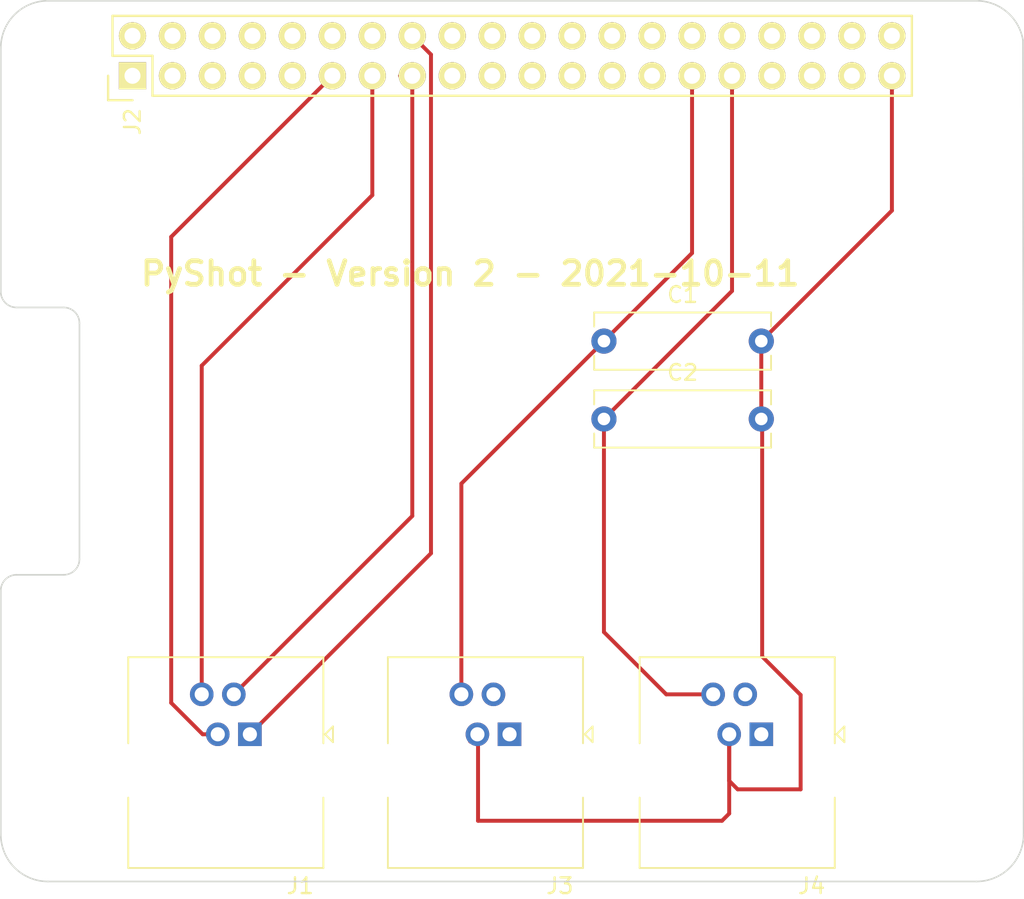
<source format=kicad_pcb>
(kicad_pcb (version 20171130) (host pcbnew 5.1.10-88a1d61d58~90~ubuntu20.04.1)

  (general
    (thickness 1.6)
    (drawings 18)
    (tracks 39)
    (zones 0)
    (modules 10)
    (nets 45)
  )

  (page A4)
  (layers
    (0 F.Cu signal)
    (31 B.Cu signal hide)
    (32 B.Adhes user hide)
    (33 F.Adhes user hide)
    (34 B.Paste user hide)
    (35 F.Paste user hide)
    (36 B.SilkS user hide)
    (37 F.SilkS user)
    (38 B.Mask user hide)
    (39 F.Mask user)
    (40 Dwgs.User user hide)
    (41 Cmts.User user hide)
    (42 Eco1.User user hide)
    (43 Eco2.User user hide)
    (44 Edge.Cuts user)
    (45 Margin user hide)
    (46 B.CrtYd user)
    (47 F.CrtYd user)
    (48 B.Fab user)
    (49 F.Fab user)
  )

  (setup
    (last_trace_width 0.25)
    (user_trace_width 0.01)
    (user_trace_width 0.02)
    (user_trace_width 0.05)
    (user_trace_width 0.1)
    (user_trace_width 0.2)
    (trace_clearance 0.2)
    (zone_clearance 0.508)
    (zone_45_only no)
    (trace_min 0.01)
    (via_size 0.6)
    (via_drill 0.4)
    (via_min_size 0.4)
    (via_min_drill 0.3)
    (uvia_size 0.3)
    (uvia_drill 0.1)
    (uvias_allowed no)
    (uvia_min_size 0.2)
    (uvia_min_drill 0.1)
    (edge_width 0.1)
    (segment_width 0.2)
    (pcb_text_width 0.3)
    (pcb_text_size 1.5 1.5)
    (mod_edge_width 0.15)
    (mod_text_size 1 1)
    (mod_text_width 0.15)
    (pad_size 2.75 2.75)
    (pad_drill 2.75)
    (pad_to_mask_clearance 0)
    (aux_axis_origin 0 0)
    (visible_elements 7FFEFFFF)
    (pcbplotparams
      (layerselection 0x00030_80000001)
      (usegerberextensions false)
      (usegerberattributes true)
      (usegerberadvancedattributes true)
      (creategerberjobfile true)
      (excludeedgelayer true)
      (linewidth 0.100000)
      (plotframeref false)
      (viasonmask false)
      (mode 1)
      (useauxorigin false)
      (hpglpennumber 1)
      (hpglpenspeed 20)
      (hpglpendiameter 15.000000)
      (psnegative false)
      (psa4output false)
      (plotreference true)
      (plotvalue true)
      (plotinvisibletext false)
      (padsonsilk false)
      (subtractmaskfromsilk false)
      (outputformat 1)
      (mirror false)
      (drillshape 0)
      (scaleselection 1)
      (outputdirectory "meta/"))
  )

  (net 0 "")
  (net 1 "Net-(J1-Pad4)")
  (net 2 "Net-(J1-Pad2)")
  (net 3 "Net-(J1-Pad3)")
  (net 4 "Net-(J1-Pad1)")
  (net 5 "Net-(J2-Pad1)")
  (net 6 "Net-(J2-Pad2)")
  (net 7 "Net-(J2-Pad3)")
  (net 8 "Net-(J2-Pad4)")
  (net 9 "Net-(J2-Pad5)")
  (net 10 "Net-(J2-Pad6)")
  (net 11 "Net-(J2-Pad7)")
  (net 12 "Net-(J2-Pad8)")
  (net 13 "Net-(J2-Pad9)")
  (net 14 "Net-(J2-Pad10)")
  (net 15 "Net-(J2-Pad12)")
  (net 16 "Net-(J2-Pad14)")
  (net 17 "Net-(J2-Pad17)")
  (net 18 "Net-(J2-Pad18)")
  (net 19 "Net-(J2-Pad19)")
  (net 20 "Net-(J2-Pad20)")
  (net 21 "Net-(J2-Pad21)")
  (net 22 "Net-(J2-Pad22)")
  (net 23 "Net-(J2-Pad23)")
  (net 24 "Net-(J2-Pad24)")
  (net 25 "Net-(J2-Pad25)")
  (net 26 "Net-(J2-Pad26)")
  (net 27 "Net-(J2-Pad27)")
  (net 28 "Net-(J2-Pad28)")
  (net 29 "Net-(J2-Pad30)")
  (net 30 "Net-(J2-Pad32)")
  (net 31 "Net-(J2-Pad33)")
  (net 32 "Net-(J2-Pad34)")
  (net 33 "Net-(J2-Pad35)")
  (net 34 "Net-(J2-Pad36)")
  (net 35 "Net-(J2-Pad37)")
  (net 36 "Net-(J2-Pad38)")
  (net 37 "Net-(J2-Pad40)")
  (net 38 "Net-(J3-Pad2)")
  (net 39 "Net-(J3-Pad1)")
  (net 40 "Net-(J4-Pad2)")
  (net 41 "Net-(J4-Pad1)")
  (net 42 "Net-(C1-Pad2)")
  (net 43 "Net-(C1-Pad1)")
  (net 44 "Net-(C2-Pad1)")

  (net_class Default "This is the default net class."
    (clearance 0.2)
    (trace_width 0.25)
    (via_dia 0.6)
    (via_drill 0.4)
    (uvia_dia 0.3)
    (uvia_drill 0.1)
    (add_net "Net-(C1-Pad1)")
    (add_net "Net-(C1-Pad2)")
    (add_net "Net-(C2-Pad1)")
    (add_net "Net-(J1-Pad1)")
    (add_net "Net-(J1-Pad2)")
    (add_net "Net-(J1-Pad3)")
    (add_net "Net-(J1-Pad4)")
    (add_net "Net-(J2-Pad1)")
    (add_net "Net-(J2-Pad10)")
    (add_net "Net-(J2-Pad12)")
    (add_net "Net-(J2-Pad14)")
    (add_net "Net-(J2-Pad17)")
    (add_net "Net-(J2-Pad18)")
    (add_net "Net-(J2-Pad19)")
    (add_net "Net-(J2-Pad2)")
    (add_net "Net-(J2-Pad20)")
    (add_net "Net-(J2-Pad21)")
    (add_net "Net-(J2-Pad22)")
    (add_net "Net-(J2-Pad23)")
    (add_net "Net-(J2-Pad24)")
    (add_net "Net-(J2-Pad25)")
    (add_net "Net-(J2-Pad26)")
    (add_net "Net-(J2-Pad27)")
    (add_net "Net-(J2-Pad28)")
    (add_net "Net-(J2-Pad3)")
    (add_net "Net-(J2-Pad30)")
    (add_net "Net-(J2-Pad32)")
    (add_net "Net-(J2-Pad33)")
    (add_net "Net-(J2-Pad34)")
    (add_net "Net-(J2-Pad35)")
    (add_net "Net-(J2-Pad36)")
    (add_net "Net-(J2-Pad37)")
    (add_net "Net-(J2-Pad38)")
    (add_net "Net-(J2-Pad4)")
    (add_net "Net-(J2-Pad40)")
    (add_net "Net-(J2-Pad5)")
    (add_net "Net-(J2-Pad6)")
    (add_net "Net-(J2-Pad7)")
    (add_net "Net-(J2-Pad8)")
    (add_net "Net-(J2-Pad9)")
    (add_net "Net-(J3-Pad1)")
    (add_net "Net-(J3-Pad2)")
    (add_net "Net-(J4-Pad1)")
    (add_net "Net-(J4-Pad2)")
  )

  (module Capacitor_THT:C_Rect_L11.0mm_W3.4mm_P10.00mm_MKT (layer F.Cu) (tedit 5AE50EF0) (tstamp 61649A6D)
    (at 65 49.95)
    (descr "C, Rect series, Radial, pin pitch=10.00mm, , length*width=11.0*3.4mm^2, Capacitor, https://en.tdk.eu/inf/20/20/db/fc_2009/MKT_B32560_564.pdf")
    (tags "C Rect series Radial pin pitch 10.00mm  length 11.0mm width 3.4mm Capacitor")
    (path /61648B12)
    (fp_text reference C2 (at 5 -2.95) (layer F.SilkS)
      (effects (font (size 1 1) (thickness 0.15)))
    )
    (fp_text value "C 1uF" (at 5 2.95) (layer F.Fab)
      (effects (font (size 1 1) (thickness 0.15)))
    )
    (fp_text user %R (at 5 0) (layer F.Fab)
      (effects (font (size 1 1) (thickness 0.15)))
    )
    (fp_line (start -0.5 -1.7) (end -0.5 1.7) (layer F.Fab) (width 0.1))
    (fp_line (start -0.5 1.7) (end 10.5 1.7) (layer F.Fab) (width 0.1))
    (fp_line (start 10.5 1.7) (end 10.5 -1.7) (layer F.Fab) (width 0.1))
    (fp_line (start 10.5 -1.7) (end -0.5 -1.7) (layer F.Fab) (width 0.1))
    (fp_line (start -0.62 -1.82) (end 10.62 -1.82) (layer F.SilkS) (width 0.12))
    (fp_line (start -0.62 1.82) (end 10.62 1.82) (layer F.SilkS) (width 0.12))
    (fp_line (start -0.62 -1.82) (end -0.62 -0.925) (layer F.SilkS) (width 0.12))
    (fp_line (start -0.62 0.925) (end -0.62 1.82) (layer F.SilkS) (width 0.12))
    (fp_line (start 10.62 -1.82) (end 10.62 -0.925) (layer F.SilkS) (width 0.12))
    (fp_line (start 10.62 0.925) (end 10.62 1.82) (layer F.SilkS) (width 0.12))
    (fp_line (start -1.05 -1.95) (end -1.05 1.95) (layer F.CrtYd) (width 0.05))
    (fp_line (start -1.05 1.95) (end 11.05 1.95) (layer F.CrtYd) (width 0.05))
    (fp_line (start 11.05 1.95) (end 11.05 -1.95) (layer F.CrtYd) (width 0.05))
    (fp_line (start 11.05 -1.95) (end -1.05 -1.95) (layer F.CrtYd) (width 0.05))
    (pad 2 thru_hole circle (at 10 0) (size 1.6 1.6) (drill 0.8) (layers *.Cu *.Mask)
      (net 42 "Net-(C1-Pad2)"))
    (pad 1 thru_hole circle (at 0 0) (size 1.6 1.6) (drill 0.8) (layers *.Cu *.Mask)
      (net 44 "Net-(C2-Pad1)"))
    (model ${KISYS3DMOD}/Capacitor_THT.3dshapes/C_Rect_L11.0mm_W3.4mm_P10.00mm_MKT.wrl
      (at (xyz 0 0 0))
      (scale (xyz 1 1 1))
      (rotate (xyz 0 0 0))
    )
  )

  (module Capacitor_THT:C_Rect_L11.0mm_W3.4mm_P10.00mm_MKT (layer F.Cu) (tedit 5AE50EF0) (tstamp 61649A58)
    (at 65 45)
    (descr "C, Rect series, Radial, pin pitch=10.00mm, , length*width=11.0*3.4mm^2, Capacitor, https://en.tdk.eu/inf/20/20/db/fc_2009/MKT_B32560_564.pdf")
    (tags "C Rect series Radial pin pitch 10.00mm  length 11.0mm width 3.4mm Capacitor")
    (path /616494FC)
    (fp_text reference C1 (at 5 -2.95) (layer F.SilkS)
      (effects (font (size 1 1) (thickness 0.15)))
    )
    (fp_text value "C 1uF" (at 5 2.95) (layer F.Fab)
      (effects (font (size 1 1) (thickness 0.15)))
    )
    (fp_text user %R (at 5 0) (layer F.Fab)
      (effects (font (size 1 1) (thickness 0.15)))
    )
    (fp_line (start -0.5 -1.7) (end -0.5 1.7) (layer F.Fab) (width 0.1))
    (fp_line (start -0.5 1.7) (end 10.5 1.7) (layer F.Fab) (width 0.1))
    (fp_line (start 10.5 1.7) (end 10.5 -1.7) (layer F.Fab) (width 0.1))
    (fp_line (start 10.5 -1.7) (end -0.5 -1.7) (layer F.Fab) (width 0.1))
    (fp_line (start -0.62 -1.82) (end 10.62 -1.82) (layer F.SilkS) (width 0.12))
    (fp_line (start -0.62 1.82) (end 10.62 1.82) (layer F.SilkS) (width 0.12))
    (fp_line (start -0.62 -1.82) (end -0.62 -0.925) (layer F.SilkS) (width 0.12))
    (fp_line (start -0.62 0.925) (end -0.62 1.82) (layer F.SilkS) (width 0.12))
    (fp_line (start 10.62 -1.82) (end 10.62 -0.925) (layer F.SilkS) (width 0.12))
    (fp_line (start 10.62 0.925) (end 10.62 1.82) (layer F.SilkS) (width 0.12))
    (fp_line (start -1.05 -1.95) (end -1.05 1.95) (layer F.CrtYd) (width 0.05))
    (fp_line (start -1.05 1.95) (end 11.05 1.95) (layer F.CrtYd) (width 0.05))
    (fp_line (start 11.05 1.95) (end 11.05 -1.95) (layer F.CrtYd) (width 0.05))
    (fp_line (start 11.05 -1.95) (end -1.05 -1.95) (layer F.CrtYd) (width 0.05))
    (pad 2 thru_hole circle (at 10 0) (size 1.6 1.6) (drill 0.8) (layers *.Cu *.Mask)
      (net 42 "Net-(C1-Pad2)"))
    (pad 1 thru_hole circle (at 0 0) (size 1.6 1.6) (drill 0.8) (layers *.Cu *.Mask)
      (net 43 "Net-(C1-Pad1)"))
    (model ${KISYS3DMOD}/Capacitor_THT.3dshapes/C_Rect_L11.0mm_W3.4mm_P10.00mm_MKT.wrl
      (at (xyz 0 0 0))
      (scale (xyz 1 1 1))
      (rotate (xyz 0 0 0))
    )
  )

  (module Connector_RJ:RJ14_Connfly_DS1133-S4_Horizontal (layer F.Cu) (tedit 5E73C846) (tstamp 6164628A)
    (at 75 70 180)
    (descr "RJ14 connector 6P4C Horizontal http://www.connfly.com/userfiles/image/UpLoadFile/File/2012/10/26/DS1133.pdf")
    (tags "RJ14 connector 6P4C Connfly DS1133")
    (path /612DBA2C)
    (fp_text reference J4 (at -3.2 -9.64 180) (layer F.SilkS)
      (effects (font (size 1 1) (thickness 0.15)))
    )
    (fp_text value 4P4C (at 0.81 6.35 180) (layer F.Fab)
      (effects (font (size 1 1) (thickness 0.15)))
    )
    (fp_text user %R (at 1.03 -5.22 180) (layer F.Fab)
      (effects (font (size 1 1) (thickness 0.15)))
    )
    (fp_arc (start -4.47 -2.3) (end -5.17 -3.88) (angle -132.2096772) (layer F.CrtYd) (width 0.05))
    (fp_arc (start 7.53 -2.3) (end 8.23 -0.72) (angle -132.2096772) (layer F.CrtYd) (width 0.05))
    (fp_line (start -4.57 -0.5) (end -4.06 0) (layer F.Fab) (width 0.1))
    (fp_line (start -4.06 0) (end -4.57 0.5) (layer F.Fab) (width 0.1))
    (fp_line (start 8.23 5.4) (end 8.23 -0.72) (layer F.CrtYd) (width 0.05))
    (fp_line (start -5.17 5.4) (end -5.17 -0.72) (layer F.CrtYd) (width 0.05))
    (fp_line (start -5.28 0.5) (end -5.28 -0.5) (layer F.SilkS) (width 0.12))
    (fp_line (start -4.78 0) (end -5.28 0.5) (layer F.SilkS) (width 0.12))
    (fp_line (start -5.28 -0.5) (end -4.78 0) (layer F.SilkS) (width 0.12))
    (fp_line (start 7.73 -0.57) (end 7.73 4.9) (layer F.SilkS) (width 0.12))
    (fp_line (start 7.73 -8.5) (end 7.73 -4.03) (layer F.SilkS) (width 0.12))
    (fp_line (start -4.67 -8.5) (end 7.73 -8.5) (layer F.SilkS) (width 0.12))
    (fp_line (start -4.67 -8.5) (end -4.67 -4.03) (layer F.SilkS) (width 0.12))
    (fp_line (start -4.67 4.9) (end -4.67 -0.57) (layer F.SilkS) (width 0.12))
    (fp_line (start 7.73 4.9) (end -4.67 4.9) (layer F.SilkS) (width 0.12))
    (fp_line (start 8.23 -9) (end 8.23 -3.88) (layer F.CrtYd) (width 0.05))
    (fp_line (start -5.17 -9) (end 8.23 -9) (layer F.CrtYd) (width 0.05))
    (fp_line (start -5.17 -3.88) (end -5.17 -9) (layer F.CrtYd) (width 0.05))
    (fp_line (start 8.23 5.4) (end -5.17 5.4) (layer F.CrtYd) (width 0.05))
    (fp_line (start -4.67 -8.5) (end 7.73 -8.5) (layer F.Fab) (width 0.1))
    (fp_line (start -4.67 4.9) (end -4.67 -8.5) (layer F.Fab) (width 0.1))
    (fp_line (start 7.73 4.9) (end -4.67 4.9) (layer F.Fab) (width 0.1))
    (fp_line (start 7.73 -8.5) (end 7.73 4.9) (layer F.Fab) (width 0.1))
    (pad 4 thru_hole circle (at 3.06 2.54) (size 1.5 1.5) (drill 0.9) (layers *.Cu *.Mask)
      (net 44 "Net-(C2-Pad1)"))
    (pad "" np_thru_hole circle (at 7.53 -2.3) (size 2.3 2.3) (drill 2.3) (layers *.Cu *.Mask))
    (pad 3 thru_hole circle (at 2.04 0) (size 1.5 1.5) (drill 0.9) (layers *.Cu *.Mask)
      (net 42 "Net-(C1-Pad2)"))
    (pad 2 thru_hole circle (at 1.02 2.54) (size 1.5 1.5) (drill 0.9) (layers *.Cu *.Mask)
      (net 40 "Net-(J4-Pad2)"))
    (pad 1 thru_hole rect (at 0 0) (size 1.5 1.5) (drill 0.9) (layers *.Cu *.Mask)
      (net 41 "Net-(J4-Pad1)"))
    (pad "" np_thru_hole circle (at -4.47 -2.3) (size 2.3 2.3) (drill 2.3) (layers *.Cu *.Mask))
    (model ${KISYS3DMOD}/Connector_RJ.3dshapes/RJ14_Connfly_DS1133-S4_Horizontal.wrl
      (at (xyz 0 0 0))
      (scale (xyz 1 1 1))
      (rotate (xyz 0 0 0))
    )
  )

  (module Connector_RJ:RJ14_Connfly_DS1133-S4_Horizontal (layer F.Cu) (tedit 5E73C846) (tstamp 61646268)
    (at 59 70 180)
    (descr "RJ14 connector 6P4C Horizontal http://www.connfly.com/userfiles/image/UpLoadFile/File/2012/10/26/DS1133.pdf")
    (tags "RJ14 connector 6P4C Connfly DS1133")
    (path /612DB4DC)
    (fp_text reference J3 (at -3.2 -9.64 180) (layer F.SilkS)
      (effects (font (size 1 1) (thickness 0.15)))
    )
    (fp_text value 4P4C (at 0.81 6.35 180) (layer F.Fab)
      (effects (font (size 1 1) (thickness 0.15)))
    )
    (fp_text user %R (at 1.03 -5.22 180) (layer F.Fab)
      (effects (font (size 1 1) (thickness 0.15)))
    )
    (fp_arc (start -4.47 -2.3) (end -5.17 -3.88) (angle -132.2096772) (layer F.CrtYd) (width 0.05))
    (fp_arc (start 7.53 -2.3) (end 8.23 -0.72) (angle -132.2096772) (layer F.CrtYd) (width 0.05))
    (fp_line (start -4.57 -0.5) (end -4.06 0) (layer F.Fab) (width 0.1))
    (fp_line (start -4.06 0) (end -4.57 0.5) (layer F.Fab) (width 0.1))
    (fp_line (start 8.23 5.4) (end 8.23 -0.72) (layer F.CrtYd) (width 0.05))
    (fp_line (start -5.17 5.4) (end -5.17 -0.72) (layer F.CrtYd) (width 0.05))
    (fp_line (start -5.28 0.5) (end -5.28 -0.5) (layer F.SilkS) (width 0.12))
    (fp_line (start -4.78 0) (end -5.28 0.5) (layer F.SilkS) (width 0.12))
    (fp_line (start -5.28 -0.5) (end -4.78 0) (layer F.SilkS) (width 0.12))
    (fp_line (start 7.73 -0.57) (end 7.73 4.9) (layer F.SilkS) (width 0.12))
    (fp_line (start 7.73 -8.5) (end 7.73 -4.03) (layer F.SilkS) (width 0.12))
    (fp_line (start -4.67 -8.5) (end 7.73 -8.5) (layer F.SilkS) (width 0.12))
    (fp_line (start -4.67 -8.5) (end -4.67 -4.03) (layer F.SilkS) (width 0.12))
    (fp_line (start -4.67 4.9) (end -4.67 -0.57) (layer F.SilkS) (width 0.12))
    (fp_line (start 7.73 4.9) (end -4.67 4.9) (layer F.SilkS) (width 0.12))
    (fp_line (start 8.23 -9) (end 8.23 -3.88) (layer F.CrtYd) (width 0.05))
    (fp_line (start -5.17 -9) (end 8.23 -9) (layer F.CrtYd) (width 0.05))
    (fp_line (start -5.17 -3.88) (end -5.17 -9) (layer F.CrtYd) (width 0.05))
    (fp_line (start 8.23 5.4) (end -5.17 5.4) (layer F.CrtYd) (width 0.05))
    (fp_line (start -4.67 -8.5) (end 7.73 -8.5) (layer F.Fab) (width 0.1))
    (fp_line (start -4.67 4.9) (end -4.67 -8.5) (layer F.Fab) (width 0.1))
    (fp_line (start 7.73 4.9) (end -4.67 4.9) (layer F.Fab) (width 0.1))
    (fp_line (start 7.73 -8.5) (end 7.73 4.9) (layer F.Fab) (width 0.1))
    (pad 4 thru_hole circle (at 3.06 2.54) (size 1.5 1.5) (drill 0.9) (layers *.Cu *.Mask)
      (net 43 "Net-(C1-Pad1)"))
    (pad "" np_thru_hole circle (at 7.53 -2.3) (size 2.3 2.3) (drill 2.3) (layers *.Cu *.Mask))
    (pad 3 thru_hole circle (at 2.04 0) (size 1.5 1.5) (drill 0.9) (layers *.Cu *.Mask)
      (net 42 "Net-(C1-Pad2)"))
    (pad 2 thru_hole circle (at 1.02 2.54) (size 1.5 1.5) (drill 0.9) (layers *.Cu *.Mask)
      (net 38 "Net-(J3-Pad2)"))
    (pad 1 thru_hole rect (at 0 0) (size 1.5 1.5) (drill 0.9) (layers *.Cu *.Mask)
      (net 39 "Net-(J3-Pad1)"))
    (pad "" np_thru_hole circle (at -4.47 -2.3) (size 2.3 2.3) (drill 2.3) (layers *.Cu *.Mask))
    (model ${KISYS3DMOD}/Connector_RJ.3dshapes/RJ14_Connfly_DS1133-S4_Horizontal.wrl
      (at (xyz 0 0 0))
      (scale (xyz 1 1 1))
      (rotate (xyz 0 0 0))
    )
  )

  (module Connector_RJ:RJ14_Connfly_DS1133-S4_Horizontal (layer F.Cu) (tedit 5E73C846) (tstamp 616461D8)
    (at 42.5 70 180)
    (descr "RJ14 connector 6P4C Horizontal http://www.connfly.com/userfiles/image/UpLoadFile/File/2012/10/26/DS1133.pdf")
    (tags "RJ14 connector 6P4C Connfly DS1133")
    (path /612DA9FB)
    (fp_text reference J1 (at -3.2 -9.64 180) (layer F.SilkS)
      (effects (font (size 1 1) (thickness 0.15)))
    )
    (fp_text value 4P4C (at 0.81 6.35 180) (layer F.Fab)
      (effects (font (size 1 1) (thickness 0.15)))
    )
    (fp_text user %R (at 1.03 -5.22 180) (layer F.Fab)
      (effects (font (size 1 1) (thickness 0.15)))
    )
    (fp_arc (start -4.47 -2.3) (end -5.17 -3.88) (angle -132.2096772) (layer F.CrtYd) (width 0.05))
    (fp_arc (start 7.53 -2.3) (end 8.23 -0.72) (angle -132.2096772) (layer F.CrtYd) (width 0.05))
    (fp_line (start -4.57 -0.5) (end -4.06 0) (layer F.Fab) (width 0.1))
    (fp_line (start -4.06 0) (end -4.57 0.5) (layer F.Fab) (width 0.1))
    (fp_line (start 8.23 5.4) (end 8.23 -0.72) (layer F.CrtYd) (width 0.05))
    (fp_line (start -5.17 5.4) (end -5.17 -0.72) (layer F.CrtYd) (width 0.05))
    (fp_line (start -5.28 0.5) (end -5.28 -0.5) (layer F.SilkS) (width 0.12))
    (fp_line (start -4.78 0) (end -5.28 0.5) (layer F.SilkS) (width 0.12))
    (fp_line (start -5.28 -0.5) (end -4.78 0) (layer F.SilkS) (width 0.12))
    (fp_line (start 7.73 -0.57) (end 7.73 4.9) (layer F.SilkS) (width 0.12))
    (fp_line (start 7.73 -8.5) (end 7.73 -4.03) (layer F.SilkS) (width 0.12))
    (fp_line (start -4.67 -8.5) (end 7.73 -8.5) (layer F.SilkS) (width 0.12))
    (fp_line (start -4.67 -8.5) (end -4.67 -4.03) (layer F.SilkS) (width 0.12))
    (fp_line (start -4.67 4.9) (end -4.67 -0.57) (layer F.SilkS) (width 0.12))
    (fp_line (start 7.73 4.9) (end -4.67 4.9) (layer F.SilkS) (width 0.12))
    (fp_line (start 8.23 -9) (end 8.23 -3.88) (layer F.CrtYd) (width 0.05))
    (fp_line (start -5.17 -9) (end 8.23 -9) (layer F.CrtYd) (width 0.05))
    (fp_line (start -5.17 -3.88) (end -5.17 -9) (layer F.CrtYd) (width 0.05))
    (fp_line (start 8.23 5.4) (end -5.17 5.4) (layer F.CrtYd) (width 0.05))
    (fp_line (start -4.67 -8.5) (end 7.73 -8.5) (layer F.Fab) (width 0.1))
    (fp_line (start -4.67 4.9) (end -4.67 -8.5) (layer F.Fab) (width 0.1))
    (fp_line (start 7.73 4.9) (end -4.67 4.9) (layer F.Fab) (width 0.1))
    (fp_line (start 7.73 -8.5) (end 7.73 4.9) (layer F.Fab) (width 0.1))
    (pad 4 thru_hole circle (at 3.06 2.54) (size 1.5 1.5) (drill 0.9) (layers *.Cu *.Mask)
      (net 1 "Net-(J1-Pad4)"))
    (pad "" np_thru_hole circle (at 7.53 -2.3) (size 2.3 2.3) (drill 2.3) (layers *.Cu *.Mask))
    (pad 3 thru_hole circle (at 2.04 0) (size 1.5 1.5) (drill 0.9) (layers *.Cu *.Mask)
      (net 3 "Net-(J1-Pad3)"))
    (pad 2 thru_hole circle (at 1.02 2.54) (size 1.5 1.5) (drill 0.9) (layers *.Cu *.Mask)
      (net 2 "Net-(J1-Pad2)"))
    (pad 1 thru_hole rect (at 0 0) (size 1.5 1.5) (drill 0.9) (layers *.Cu *.Mask)
      (net 4 "Net-(J1-Pad1)"))
    (pad "" np_thru_hole circle (at -4.47 -2.3) (size 2.3 2.3) (drill 2.3) (layers *.Cu *.Mask))
    (model ${KISYS3DMOD}/Connector_RJ.3dshapes/RJ14_Connfly_DS1133-S4_Horizontal.wrl
      (at (xyz 0 0 0))
      (scale (xyz 1 1 1))
      (rotate (xyz 0 0 0))
    )
  )

  (module RPi_Hat:Pin_Header_Straight_2x20 locked (layer F.Cu) (tedit 551989BF) (tstamp 5516AEA0)
    (at 59.17 26.86 90)
    (descr "Through hole pin header")
    (tags "pin header")
    (path /5516AE26)
    (fp_text reference J2 (at -4.191 -24.13 270) (layer F.SilkS)
      (effects (font (size 1 1) (thickness 0.15)))
    )
    (fp_text value RPi_GPIO (at -1.27 -27.23 90) (layer F.Fab)
      (effects (font (size 1 1) (thickness 0.15)))
    )
    (fp_line (start -2.82 -25.68) (end -2.82 -24.13) (layer F.SilkS) (width 0.15))
    (fp_line (start 0 -22.86) (end -2.54 -22.86) (layer F.SilkS) (width 0.15))
    (fp_line (start 0 -25.4) (end 0 -22.86) (layer F.SilkS) (width 0.15))
    (fp_line (start -1.27 -25.68) (end -2.82 -25.68) (layer F.SilkS) (width 0.15))
    (fp_line (start 2.54 -25.4) (end 0 -25.4) (layer F.SilkS) (width 0.15))
    (fp_line (start 2.54 25.4) (end -2.54 25.4) (layer F.SilkS) (width 0.15))
    (fp_line (start -2.54 -22.86) (end -2.54 25.4) (layer F.SilkS) (width 0.15))
    (fp_line (start 2.54 25.4) (end 2.54 -25.4) (layer F.SilkS) (width 0.15))
    (fp_line (start -3.02 25.92) (end 3.03 25.92) (layer F.CrtYd) (width 0.05))
    (fp_line (start -3.02 -25.88) (end 3.03 -25.88) (layer F.CrtYd) (width 0.05))
    (fp_line (start 3.03 -25.88) (end 3.03 25.92) (layer F.CrtYd) (width 0.05))
    (fp_line (start -3.02 -25.88) (end -3.02 25.92) (layer F.CrtYd) (width 0.05))
    (pad 1 thru_hole rect (at -1.27 -24.13 90) (size 1.7272 1.7272) (drill 1.016) (layers *.Cu *.Mask F.SilkS)
      (net 5 "Net-(J2-Pad1)"))
    (pad 2 thru_hole oval (at 1.27 -24.13 90) (size 1.7272 1.7272) (drill 1.016) (layers *.Cu *.Mask F.SilkS)
      (net 6 "Net-(J2-Pad2)"))
    (pad 3 thru_hole oval (at -1.27 -21.59 90) (size 1.7272 1.7272) (drill 1.016) (layers *.Cu *.Mask F.SilkS)
      (net 7 "Net-(J2-Pad3)"))
    (pad 4 thru_hole oval (at 1.27 -21.59 90) (size 1.7272 1.7272) (drill 1.016) (layers *.Cu *.Mask F.SilkS)
      (net 8 "Net-(J2-Pad4)"))
    (pad 5 thru_hole oval (at -1.27 -19.05 90) (size 1.7272 1.7272) (drill 1.016) (layers *.Cu *.Mask F.SilkS)
      (net 9 "Net-(J2-Pad5)"))
    (pad 6 thru_hole oval (at 1.27 -19.05 90) (size 1.7272 1.7272) (drill 1.016) (layers *.Cu *.Mask F.SilkS)
      (net 10 "Net-(J2-Pad6)"))
    (pad 7 thru_hole oval (at -1.27 -16.51 90) (size 1.7272 1.7272) (drill 1.016) (layers *.Cu *.Mask F.SilkS)
      (net 11 "Net-(J2-Pad7)"))
    (pad 8 thru_hole oval (at 1.27 -16.51 90) (size 1.7272 1.7272) (drill 1.016) (layers *.Cu *.Mask F.SilkS)
      (net 12 "Net-(J2-Pad8)"))
    (pad 9 thru_hole oval (at -1.27 -13.97 90) (size 1.7272 1.7272) (drill 1.016) (layers *.Cu *.Mask F.SilkS)
      (net 13 "Net-(J2-Pad9)"))
    (pad 10 thru_hole oval (at 1.27 -13.97 90) (size 1.7272 1.7272) (drill 1.016) (layers *.Cu *.Mask F.SilkS)
      (net 14 "Net-(J2-Pad10)"))
    (pad 11 thru_hole oval (at -1.27 -11.43 90) (size 1.7272 1.7272) (drill 1.016) (layers *.Cu *.Mask F.SilkS)
      (net 3 "Net-(J1-Pad3)"))
    (pad 12 thru_hole oval (at 1.27 -11.43 90) (size 1.7272 1.7272) (drill 1.016) (layers *.Cu *.Mask F.SilkS)
      (net 15 "Net-(J2-Pad12)"))
    (pad 13 thru_hole oval (at -1.27 -8.89 90) (size 1.7272 1.7272) (drill 1.016) (layers *.Cu *.Mask F.SilkS)
      (net 1 "Net-(J1-Pad4)"))
    (pad 14 thru_hole oval (at 1.27 -8.89 90) (size 1.7272 1.7272) (drill 1.016) (layers *.Cu *.Mask F.SilkS)
      (net 16 "Net-(J2-Pad14)"))
    (pad 15 thru_hole oval (at -1.27 -6.35 90) (size 1.7272 1.7272) (drill 1.016) (layers *.Cu *.Mask F.SilkS)
      (net 2 "Net-(J1-Pad2)"))
    (pad 16 thru_hole oval (at 1.27 -6.35 90) (size 1.7272 1.7272) (drill 1.016) (layers *.Cu *.Mask F.SilkS)
      (net 4 "Net-(J1-Pad1)"))
    (pad 17 thru_hole oval (at -1.27 -3.81 90) (size 1.7272 1.7272) (drill 1.016) (layers *.Cu *.Mask F.SilkS)
      (net 17 "Net-(J2-Pad17)"))
    (pad 18 thru_hole oval (at 1.27 -3.81 90) (size 1.7272 1.7272) (drill 1.016) (layers *.Cu *.Mask F.SilkS)
      (net 18 "Net-(J2-Pad18)"))
    (pad 19 thru_hole oval (at -1.27 -1.27 90) (size 1.7272 1.7272) (drill 1.016) (layers *.Cu *.Mask F.SilkS)
      (net 19 "Net-(J2-Pad19)"))
    (pad 20 thru_hole oval (at 1.27 -1.27 90) (size 1.7272 1.7272) (drill 1.016) (layers *.Cu *.Mask F.SilkS)
      (net 20 "Net-(J2-Pad20)"))
    (pad 21 thru_hole oval (at -1.27 1.27 90) (size 1.7272 1.7272) (drill 1.016) (layers *.Cu *.Mask F.SilkS)
      (net 21 "Net-(J2-Pad21)"))
    (pad 22 thru_hole oval (at 1.27 1.27 90) (size 1.7272 1.7272) (drill 1.016) (layers *.Cu *.Mask F.SilkS)
      (net 22 "Net-(J2-Pad22)"))
    (pad 23 thru_hole oval (at -1.27 3.81 90) (size 1.7272 1.7272) (drill 1.016) (layers *.Cu *.Mask F.SilkS)
      (net 23 "Net-(J2-Pad23)"))
    (pad 24 thru_hole oval (at 1.27 3.81 90) (size 1.7272 1.7272) (drill 1.016) (layers *.Cu *.Mask F.SilkS)
      (net 24 "Net-(J2-Pad24)"))
    (pad 25 thru_hole oval (at -1.27 6.35 90) (size 1.7272 1.7272) (drill 1.016) (layers *.Cu *.Mask F.SilkS)
      (net 25 "Net-(J2-Pad25)"))
    (pad 26 thru_hole oval (at 1.27 6.35 90) (size 1.7272 1.7272) (drill 1.016) (layers *.Cu *.Mask F.SilkS)
      (net 26 "Net-(J2-Pad26)"))
    (pad 27 thru_hole oval (at -1.27 8.89 90) (size 1.7272 1.7272) (drill 1.016) (layers *.Cu *.Mask F.SilkS)
      (net 27 "Net-(J2-Pad27)"))
    (pad 28 thru_hole oval (at 1.27 8.89 90) (size 1.7272 1.7272) (drill 1.016) (layers *.Cu *.Mask F.SilkS)
      (net 28 "Net-(J2-Pad28)"))
    (pad 29 thru_hole oval (at -1.27 11.43 90) (size 1.7272 1.7272) (drill 1.016) (layers *.Cu *.Mask F.SilkS)
      (net 43 "Net-(C1-Pad1)"))
    (pad 30 thru_hole oval (at 1.27 11.43 90) (size 1.7272 1.7272) (drill 1.016) (layers *.Cu *.Mask F.SilkS)
      (net 29 "Net-(J2-Pad30)"))
    (pad 31 thru_hole oval (at -1.27 13.97 90) (size 1.7272 1.7272) (drill 1.016) (layers *.Cu *.Mask F.SilkS)
      (net 44 "Net-(C2-Pad1)"))
    (pad 32 thru_hole oval (at 1.27 13.97 90) (size 1.7272 1.7272) (drill 1.016) (layers *.Cu *.Mask F.SilkS)
      (net 30 "Net-(J2-Pad32)"))
    (pad 33 thru_hole oval (at -1.27 16.51 90) (size 1.7272 1.7272) (drill 1.016) (layers *.Cu *.Mask F.SilkS)
      (net 31 "Net-(J2-Pad33)"))
    (pad 34 thru_hole oval (at 1.27 16.51 90) (size 1.7272 1.7272) (drill 1.016) (layers *.Cu *.Mask F.SilkS)
      (net 32 "Net-(J2-Pad34)"))
    (pad 35 thru_hole oval (at -1.27 19.05 90) (size 1.7272 1.7272) (drill 1.016) (layers *.Cu *.Mask F.SilkS)
      (net 33 "Net-(J2-Pad35)"))
    (pad 36 thru_hole oval (at 1.27 19.05 90) (size 1.7272 1.7272) (drill 1.016) (layers *.Cu *.Mask F.SilkS)
      (net 34 "Net-(J2-Pad36)"))
    (pad 37 thru_hole oval (at -1.27 21.59 90) (size 1.7272 1.7272) (drill 1.016) (layers *.Cu *.Mask F.SilkS)
      (net 35 "Net-(J2-Pad37)"))
    (pad 38 thru_hole oval (at 1.27 21.59 90) (size 1.7272 1.7272) (drill 1.016) (layers *.Cu *.Mask F.SilkS)
      (net 36 "Net-(J2-Pad38)"))
    (pad 39 thru_hole oval (at -1.27 24.13 90) (size 1.7272 1.7272) (drill 1.016) (layers *.Cu *.Mask F.SilkS)
      (net 42 "Net-(C1-Pad2)"))
    (pad 40 thru_hole oval (at 1.27 24.13 90) (size 1.7272 1.7272) (drill 1.016) (layers *.Cu *.Mask F.SilkS)
      (net 37 "Net-(J2-Pad40)"))
    (model Pin_Headers.3dshapes/Pin_Header_Straight_2x20.wrl
      (at (xyz 0 0 0))
      (scale (xyz 1 1 1))
      (rotate (xyz 0 0 90))
    )
  )

  (module RPi_Hat:RPi_Hat_Mounting_Hole locked (layer F.Cu) (tedit 55217C7B) (tstamp 5515DEA9)
    (at 88.17 26.86)
    (descr "Mounting hole, Befestigungsbohrung, 2,7mm, No Annular, Kein Restring,")
    (tags "Mounting hole, Befestigungsbohrung, 2,7mm, No Annular, Kein Restring,")
    (fp_text reference "" (at 0 -4.0005) (layer F.SilkS) hide
      (effects (font (size 1 1) (thickness 0.15)))
    )
    (fp_text value "" (at 0.09906 3.59918) (layer F.Fab) hide
      (effects (font (size 1 1) (thickness 0.15)))
    )
    (fp_circle (center 0 0) (end 3.1 0) (layer B.CrtYd) (width 0.15))
    (fp_circle (center 0 0) (end 3.1 0) (layer F.CrtYd) (width 0.15))
    (fp_circle (center 0 0) (end 1.375 0) (layer B.Fab) (width 0.15))
    (fp_circle (center 0 0) (end 3.1 0) (layer B.Fab) (width 0.15))
    (fp_circle (center 0 0) (end 3.1 0) (layer F.Fab) (width 0.15))
    (fp_circle (center 0 0) (end 1.375 0) (layer F.Fab) (width 0.15))
    (pad "" np_thru_hole circle (at 0 0) (size 2.75 2.75) (drill 2.75) (layers *.Cu *.Mask)
      (solder_mask_margin 1.725) (clearance 1.725))
  )

  (module RPi_Hat:RPi_Hat_Mounting_Hole locked (layer F.Cu) (tedit 55217CCB) (tstamp 55169DC9)
    (at 88.17 75.86)
    (descr "Mounting hole, Befestigungsbohrung, 2,7mm, No Annular, Kein Restring,")
    (tags "Mounting hole, Befestigungsbohrung, 2,7mm, No Annular, Kein Restring,")
    (fp_text reference "" (at 0 -4.0005) (layer F.SilkS) hide
      (effects (font (size 1 1) (thickness 0.15)))
    )
    (fp_text value "" (at 0.09906 3.59918) (layer F.Fab) hide
      (effects (font (size 1 1) (thickness 0.15)))
    )
    (fp_circle (center 0 0) (end 3.1 0) (layer B.CrtYd) (width 0.15))
    (fp_circle (center 0 0) (end 3.1 0) (layer F.CrtYd) (width 0.15))
    (fp_circle (center 0 0) (end 1.375 0) (layer B.Fab) (width 0.15))
    (fp_circle (center 0 0) (end 3.1 0) (layer B.Fab) (width 0.15))
    (fp_circle (center 0 0) (end 3.1 0) (layer F.Fab) (width 0.15))
    (fp_circle (center 0 0) (end 1.375 0) (layer F.Fab) (width 0.15))
    (pad "" np_thru_hole circle (at 0 0) (size 2.75 2.75) (drill 2.75) (layers *.Cu *.Mask)
      (solder_mask_margin 1.725) (clearance 1.725))
  )

  (module RPi_Hat:RPi_Hat_Mounting_Hole locked (layer F.Cu) (tedit 55217CB9) (tstamp 5515DECC)
    (at 30.17 75.86)
    (descr "Mounting hole, Befestigungsbohrung, 2,7mm, No Annular, Kein Restring,")
    (tags "Mounting hole, Befestigungsbohrung, 2,7mm, No Annular, Kein Restring,")
    (fp_text reference "" (at 0 -4.0005) (layer F.SilkS) hide
      (effects (font (size 1 1) (thickness 0.15)))
    )
    (fp_text value "" (at 0.09906 3.59918) (layer F.Fab) hide
      (effects (font (size 1 1) (thickness 0.15)))
    )
    (fp_circle (center 0 0) (end 3.1 0) (layer B.CrtYd) (width 0.15))
    (fp_circle (center 0 0) (end 3.1 0) (layer F.CrtYd) (width 0.15))
    (fp_circle (center 0 0) (end 1.375 0) (layer B.Fab) (width 0.15))
    (fp_circle (center 0 0) (end 3.1 0) (layer B.Fab) (width 0.15))
    (fp_circle (center 0 0) (end 3.1 0) (layer F.Fab) (width 0.15))
    (fp_circle (center 0 0) (end 1.375 0) (layer F.Fab) (width 0.15))
    (pad "" np_thru_hole circle (at 0 0) (size 2.75 2.75) (drill 2.75) (layers *.Cu *.Mask)
      (solder_mask_margin 1.725) (clearance 1.725))
  )

  (module RPi_Hat:RPi_Hat_Mounting_Hole locked (layer F.Cu) (tedit 55217CA2) (tstamp 5515DEBF)
    (at 30.17 26.86)
    (descr "Mounting hole, Befestigungsbohrung, 2,7mm, No Annular, Kein Restring,")
    (tags "Mounting hole, Befestigungsbohrung, 2,7mm, No Annular, Kein Restring,")
    (fp_text reference "" (at 0 -4.0005) (layer F.SilkS) hide
      (effects (font (size 1 1) (thickness 0.15)))
    )
    (fp_text value "" (at 0.09906 3.59918) (layer F.Fab) hide
      (effects (font (size 1 1) (thickness 0.15)))
    )
    (fp_circle (center 0 0) (end 3.1 0) (layer B.CrtYd) (width 0.15))
    (fp_circle (center 0 0) (end 3.1 0) (layer F.CrtYd) (width 0.15))
    (fp_circle (center 0 0) (end 1.375 0) (layer B.Fab) (width 0.15))
    (fp_circle (center 0 0) (end 3.1 0) (layer B.Fab) (width 0.15))
    (fp_circle (center 0 0) (end 3.1 0) (layer F.Fab) (width 0.15))
    (fp_circle (center 0 0) (end 1.375 0) (layer F.Fab) (width 0.15))
    (pad "" np_thru_hole circle (at 0 0) (size 2.75 2.75) (drill 2.75) (layers *.Cu *.Mask)
      (solder_mask_margin 1.725) (clearance 1.725))
  )

  (gr_line (start 47.5 35.5) (end 47 35.5) (layer Dwgs.User) (width 0.15))
  (gr_text "\nPyShot - Version 2 - 2021-10-11" (at 56.5 39.5) (layer F.SilkS)
    (effects (font (size 1.5 1.5) (thickness 0.3)))
  )
  (gr_arc (start 88.67 26.36) (end 88.67 23.36) (angle 80.53767779) (layer Edge.Cuts) (width 0.1) (tstamp 5516A74C))
  (gr_line (start 29.67 23.36) (end 88.67 23.36) (angle 90) (layer Edge.Cuts) (width 0.1) (tstamp 5516A726))
  (gr_arc (start 29.67 26.36) (end 26.67 26.36) (angle 90) (layer Edge.Cuts) (width 0.1) (tstamp 5516A6F0))
  (gr_arc (start 27.67 60.86) (end 26.67 60.86) (angle 90) (layer Edge.Cuts) (width 0.1) (tstamp 5515814F))
  (gr_arc (start 30.67 58.86) (end 31.67 58.86) (angle 90) (layer Edge.Cuts) (width 0.1) (tstamp 5515812E))
  (gr_arc (start 30.67 43.86) (end 30.67 42.86) (angle 90) (layer Edge.Cuts) (width 0.1) (tstamp 5515810E))
  (gr_arc (start 27.67 41.86) (end 27.67 42.86) (angle 90) (layer Edge.Cuts) (width 0.1) (tstamp 55158090))
  (gr_arc (start 88.67 76.36) (end 91.67 76.36) (angle 90) (layer Edge.Cuts) (width 0.1) (tstamp 55157FFB))
  (gr_arc (start 29.67 76.36) (end 29.67 79.36) (angle 90) (layer Edge.Cuts) (width 0.1) (tstamp 55157FCE))
  (gr_line (start 26.67 60.86) (end 26.67 76.36) (layer Edge.Cuts) (width 0.1))
  (gr_line (start 26.67 26.36) (end 26.67 41.86) (layer Edge.Cuts) (width 0.1))
  (gr_line (start 27.67 59.86) (end 30.67 59.86) (layer Edge.Cuts) (width 0.1))
  (gr_line (start 27.67 42.86) (end 30.67 42.86) (layer Edge.Cuts) (width 0.1))
  (gr_line (start 31.67 43.86) (end 31.67 58.86) (layer Edge.Cuts) (width 0.1))
  (gr_line (start 29.67 79.36) (end 88.67 79.36) (angle 90) (layer Edge.Cuts) (width 0.1))
  (gr_line (start 91.629182 25.866803) (end 91.67 76.36) (angle 90) (layer Edge.Cuts) (width 0.1))

  (segment (start 50.28 28.13) (end 50.28 35.72) (width 0.25) (layer F.Cu) (net 1))
  (segment (start 39.44 46.56) (end 39.44 67.46) (width 0.25) (layer F.Cu) (net 1))
  (segment (start 50.28 35.72) (end 39.44 46.56) (width 0.25) (layer F.Cu) (net 1))
  (segment (start 52.03913 28.13) (end 52.82 28.13) (width 0.25) (layer F.Cu) (net 2))
  (segment (start 52.82 56.12) (end 41.48 67.46) (width 0.25) (layer F.Cu) (net 2))
  (segment (start 52.82 28.13) (end 52.82 56.12) (width 0.25) (layer F.Cu) (net 2))
  (segment (start 47.74 28.13) (end 37.5 38.37) (width 0.25) (layer F.Cu) (net 3))
  (segment (start 37.5 38.37) (end 37.5 68) (width 0.25) (layer F.Cu) (net 3))
  (segment (start 39.5 70) (end 40.46 70) (width 0.25) (layer F.Cu) (net 3))
  (segment (start 37.5 68) (end 39.5 70) (width 0.25) (layer F.Cu) (net 3))
  (segment (start 54.008601 58.491399) (end 42.5 70) (width 0.25) (layer F.Cu) (net 4))
  (segment (start 54.008601 26.778601) (end 54.008601 58.491399) (width 0.25) (layer F.Cu) (net 4))
  (segment (start 52.82 25.59) (end 54.008601 26.778601) (width 0.25) (layer F.Cu) (net 4))
  (segment (start 83.82 28.65) (end 83.3 28.13) (width 0.25) (layer F.Cu) (net 42))
  (segment (start 83.3 36.7) (end 75 45) (width 0.25) (layer F.Cu) (net 42))
  (segment (start 83.3 28.13) (end 83.3 36.7) (width 0.25) (layer F.Cu) (net 42))
  (segment (start 75 45) (end 75 49.95) (width 0.25) (layer F.Cu) (net 42))
  (segment (start 75.055001 50.005001) (end 75.055001 65.055001) (width 0.25) (layer F.Cu) (net 42))
  (segment (start 75 49.95) (end 75.055001 50.005001) (width 0.25) (layer F.Cu) (net 42))
  (segment (start 75.055001 65.055001) (end 77.5 67.5) (width 0.25) (layer F.Cu) (net 42))
  (segment (start 77.5 67.5) (end 77.5 73.5) (width 0.25) (layer F.Cu) (net 42))
  (segment (start 77.5 73.5) (end 73.5 73.5) (width 0.25) (layer F.Cu) (net 42))
  (segment (start 72.96 72.96) (end 72.96 70) (width 0.25) (layer F.Cu) (net 42))
  (segment (start 73.5 73.5) (end 72.96 72.96) (width 0.25) (layer F.Cu) (net 42))
  (segment (start 56.5 70.46) (end 56.96 70) (width 0.25) (layer F.Cu) (net 42))
  (segment (start 72.96 70) (end 72.96 75.04) (width 0.25) (layer F.Cu) (net 42))
  (segment (start 72.96 75.04) (end 72.5 75.5) (width 0.25) (layer F.Cu) (net 42))
  (segment (start 72.5 75.5) (end 57 75.5) (width 0.25) (layer F.Cu) (net 42))
  (segment (start 57 70.04) (end 56.96 70) (width 0.25) (layer F.Cu) (net 42))
  (segment (start 57 75.5) (end 57 70.04) (width 0.25) (layer F.Cu) (net 42))
  (segment (start 70.6 39.4) (end 65 45) (width 0.25) (layer F.Cu) (net 43))
  (segment (start 70.6 28.13) (end 70.6 39.4) (width 0.25) (layer F.Cu) (net 43))
  (segment (start 55.94 54.06) (end 55.94 67.46) (width 0.25) (layer F.Cu) (net 43))
  (segment (start 65 45) (end 55.94 54.06) (width 0.25) (layer F.Cu) (net 43))
  (segment (start 71.94 67.46) (end 68.96 67.46) (width 0.25) (layer F.Cu) (net 44))
  (segment (start 65 63.5) (end 65 49.95) (width 0.25) (layer F.Cu) (net 44))
  (segment (start 68.96 67.46) (end 65 63.5) (width 0.25) (layer F.Cu) (net 44))
  (segment (start 73.14 41.81) (end 73.14 28.13) (width 0.25) (layer F.Cu) (net 44))
  (segment (start 65 49.95) (end 73.14 41.81) (width 0.25) (layer F.Cu) (net 44))

)

</source>
